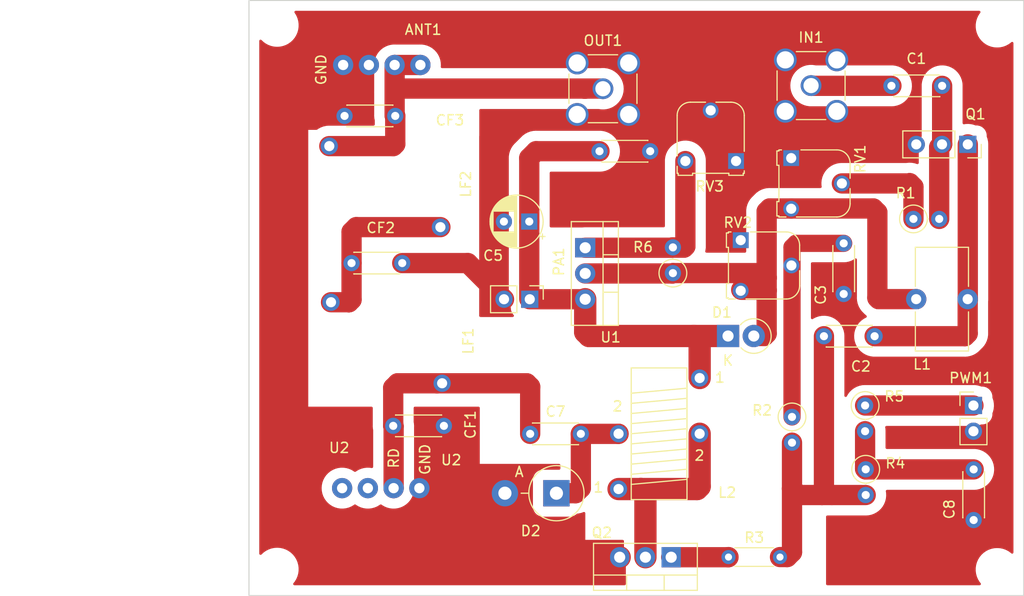
<source format=kicad_pcb>
(kicad_pcb (version 20211014) (generator pcbnew)
  (layers (0 "F.Cu" signal) (31 "B.Cu" signal) (35 "F.Paste" user) (37 "F.SilkS" user "F.Silkscreen") (38 "B.Mask" user) (39 "F.Mask" user) (44 "Edge.Cuts" user))
  (net 0 "")
  (net 1 "GND")
  (net 2 "+VDC")
  (net 3 "Net-(CF2-Pad1)")
  (net 4 "Net-(C3-Pad1)")
  (net 5 "Net-(PWM1-Pad1)")
  (net 6 "/DC_BIAS_1")
  (net 7 "Net-(C2-Pad2)")
  (net 8 "/RF_IN_200mW")
  (net 9 "Net-(D1-Pad2)")
  (net 10 "Net-(Q2-Pad1)")
  (net 11 "Net-(R1-Pad1)")
  (net 12 "Net-(C7-Pad2)")
  (net 13 "Net-(C8-Pad1)")
  (net 14 "/8-10mW")
  (net 15 "/RF_OUT")
  (net 16 "Net-(CF3-Pad1)")
  (net 17 "/DRAIN")
  (net 20 "Net-(R6-Pad2)")
  (footprint "footprints:uSDX_LPF_Band_Module" (layer "F.Cu") (at 12.51 80.695 90)
    (fp_text reference "U2" (at 6.781 33.21) (layer "F.SilkS"))
    (fp_text value "uSDX_LPF_BAND_MODULE (100v caps)" hide)
    (fp_text user "GND" (at 44.119 31.432 270) (layer "F.SilkS"))
    (fp_text user "GND" (at 5.635 41.68 270) (layer "F.SilkS"))
    (fp_text user "ANT1" (at 48.065 41.5) (layer "F.SilkS"))
    (pad "1" thru_hole circle (at 2.8 33.5 270) (size 2 2) (drill 1.016) (layers *.Cu *.Mask))
    (pad "2" thru_hole circle (at 2.8 36.04 270) (size 2 2) (drill 1.016) (layers *.Cu *.Mask))
    (pad "3" thru_hole circle (at 2.8 38.58 270) (size 2 2) (drill 1.016) (layers *.Cu *.Mask) (net 15 "/RF_OUT"))
    (pad "4" thru_hole circle (at 2.8 41.12 270) (size 2 2) (drill 1.016) (layers *.Cu *.Mask) (net 1 "GND"))
    (pad "5" thru_hole circle (at 44.58 41.22 270) (size 2 2) (drill 1.016) (layers *.Cu *.Mask) (net 16 "Net-(CF3-Pad1)"))
    (pad "6" thru_hole circle (at 44.58 38.68 270) (size 2 2) (drill 1.016) (layers *.Cu *.Mask) (net 16 "Net-(CF3-Pad1)"))
    (pad "7" thru_hole circle (at 44.58 36.14 270) (size 2 2) (drill 1.016) (layers *.Cu *.Mask) (net 1 "GND"))
    (pad "8" thru_hole circle (at 44.58 33.6 270) (size 2 2) (drill 1.016) (layers *.Cu *.Mask) (net 1 "GND"))
  )
  (footprint "Resistor_THT:R_Axial_DIN0204_L3.6mm_D1.6mm_P5.08mm_Horizontal" (layer "F.Cu") (at 84.125 84.7)
    (fp_text reference "R3" (at 2.54 -1.92) (layer "F.SilkS"))
    (fp_text value "10" hide)
    (pad "1" thru_hole circle locked (at 0 0) (size 1.4 1.4) (drill 0.7) (layers *.Cu *.Mask) (net 10 "Net-(Q2-Pad1)"))
    (pad "2" thru_hole oval locked (at 5.08 0) (size 1.4 1.4) (drill 0.7) (layers *.Cu *.Mask) (net 8 "/RF_IN_200mW"))
  )
  (footprint "Capacitor_THT:C_Disc_D4.3mm_W1.9mm_P5.00mm" (layer "F.Cu") (at 108.31 76.045 -90)
    (fp_text reference "C8" (at 3.935 2.4 90) (layer "F.SilkS"))
    (fp_text value "10nF" hide)
    (pad "1" thru_hole circle locked (at 0 0 270) (size 1.6 1.6) (drill 0.8) (layers *.Cu *.Mask) (net 13 "Net-(C8-Pad1)"))
    (pad "2" thru_hole circle locked (at 5 0 270) (size 1.6 1.6) (drill 0.8) (layers *.Cu *.Mask) (net 1 "GND"))
  )
  (footprint "Capacitor_THT:C_Disc_D4.3mm_W1.9mm_P5.00mm" (layer "F.Cu") (at 93.54 62.895)
    (fp_text reference "C2" (at 3.64 2.98) (layer "F.SilkS"))
    (fp_text value "100nF" hide)
    (pad "1" thru_hole circle locked (at 0 0) (size 1.6 1.6) (drill 0.8) (layers *.Cu *.Mask) (net 8 "/RF_IN_200mW"))
    (pad "2" thru_hole circle locked (at 5 0) (size 1.6 1.6) (drill 0.8) (layers *.Cu *.Mask) (net 7 "Net-(C2-Pad2)"))
  )
  (footprint "Resistor_THT:R_Axial_DIN0207_L6.3mm_D2.5mm_P2.54mm_Vertical" (layer "F.Cu") (at 97.6 69.735 -90)
    (fp_text reference "R5" (at -0.901 -2.88) (layer "F.SilkS"))
    (fp_text value "10k" hide)
    (pad "1" thru_hole circle locked (at 0 0 270) (size 1.6 1.6) (drill 0.8) (layers *.Cu *.Mask) (net 5 "Net-(PWM1-Pad1)"))
    (pad "2" thru_hole oval locked (at 2.54 0 270) (size 1.6 1.6) (drill 0.8) (layers *.Cu *.Mask) (net 13 "Net-(C8-Pad1)"))
  )
  (footprint "Capacitor_THT:C_Disc_D4.3mm_W1.9mm_P5.00mm" (layer "F.Cu") (at 64.56 72.535)
    (fp_text reference "C7" (at 2.5 -2.2) (layer "F.SilkS"))
    (fp_text value "100nF 100v" hide)
    (pad "1" thru_hole circle locked (at 0 0) (size 1.6 1.6) (drill 0.8) (layers *.Cu *.Mask) (net 15 "/RF_OUT"))
    (pad "2" thru_hole circle locked (at 5 0) (size 1.6 1.6) (drill 0.8) (layers *.Cu *.Mask) (net 12 "Net-(C7-Pad2)"))
  )
  (footprint "Connector_PinHeader_2.54mm:PinHeader_1x02_P2.54mm_Vertical" (layer "F.Cu") (at 108.29 69.735)
    (fp_text reference "PWM1" (at -0.27 -2.72) (layer "F.SilkS"))
    (fp_text value "Conn_01x02" hide)
    (pad "1" thru_hole rect locked (at 0 0) (size 1.7 1.7) (drill 1) (layers *.Cu *.Mask) (net 5 "Net-(PWM1-Pad1)"))
    (pad "2" thru_hole oval locked (at 0 2.54) (size 1.7 1.7) (drill 1) (layers *.Cu *.Mask) (net 1 "GND"))
  )
  (footprint "Package_TO_SOT_THT:TO-220-3_Vertical" (layer "F.Cu") (at 78.47 84.715 180)
    (fp_text reference "Q2" (at 6.842 2.419) (layer "F.SilkS"))
    (fp_text value "IRF510" hide)
    (pad "1" thru_hole rect locked (at 0 0 180) (size 1.905 2) (drill 1.1) (layers *.Cu *.Mask) (net 10 "Net-(Q2-Pad1)"))
    (pad "2" thru_hole oval locked (at 2.54 0 180) (size 1.905 2) (drill 1.1) (layers *.Cu *.Mask) (net 17 "/DRAIN"))
    (pad "3" thru_hole oval locked (at 5.08 0 180) (size 1.905 2) (drill 1.1) (layers *.Cu *.Mask) (net 1 "GND"))
  )
  (footprint "Resistor_THT:R_Axial_DIN0207_L6.3mm_D2.5mm_P2.54mm_Vertical" (layer "F.Cu") (at 97.66 76.035 -90)
    (fp_text reference "R4" (at -0.597 -2.924 180) (layer "F.SilkS"))
    (fp_text value "10k" hide)
    (pad "1" thru_hole circle locked (at 0 0 270) (size 1.6 1.6) (drill 0.8) (layers *.Cu *.Mask) (net 13 "Net-(C8-Pad1)"))
    (pad "2" thru_hole oval locked (at 2.54 0 270) (size 1.6 1.6) (drill 0.8) (layers *.Cu *.Mask) (net 8 "/RF_IN_200mW"))
  )
  (footprint "Resistor_THT:R_Axial_DIN0207_L6.3mm_D2.5mm_P2.54mm_Vertical" (layer "F.Cu") (at 90.39 70.865 -90)
    (fp_text reference "R2" (at -0.65 2.95 180) (layer "F.SilkS"))
    (fp_text value "3.3k" hide)
    (pad "1" thru_hole circle locked (at 0 0 270) (size 1.6 1.6) (drill 0.8) (layers *.Cu *.Mask) (net 4 "Net-(C3-Pad1)"))
    (pad "2" thru_hole oval locked (at 2.54 0 270) (size 1.6 1.6) (drill 0.8) (layers *.Cu *.Mask) (net 8 "/RF_IN_200mW"))
  )
  (footprint "Capacitor_THT:C_Disc_D4.3mm_W1.9mm_P5.00mm" (layer "F.Cu") (at 105.2 38.175 180)
    (fp_text reference "C1" (at 2.544 2.682) (layer "F.SilkS"))
    (fp_text value "100nF" hide)
    (pad "1" thru_hole circle locked (at 0 0 180) (size 1.6 1.6) (drill 0.8) (layers *.Cu *.Mask) (net 6 "/DC_BIAS_1"))
    (pad "2" thru_hole circle locked (at 5 0 180) (size 1.6 1.6) (drill 0.8) (layers *.Cu *.Mask) (net 14 "/8-10mW"))
  )
  (footprint "Connector_PinSocket_2.54mm:PinSocket_1x03_P2.54mm_Vertical" (layer "F.Cu") (at 107.73 43.955 -90)
    (fp_text reference "Q1" (at -2.985 -0.76 180) (layer "F.SilkS"))
    (fp_text value "BS170" hide)
    (pad "1" thru_hole rect locked (at 0 0 270) (size 1.7 1.7) (drill 1) (layers *.Cu *.Mask) (net 7 "Net-(C2-Pad2)"))
    (pad "2" thru_hole oval locked (at 0 2.54 270) (size 1.7 1.7) (drill 1) (layers *.Cu *.Mask) (net 6 "/DC_BIAS_1"))
    (pad "3" thru_hole oval locked (at 0 5.08 270) (size 1.7 1.7) (drill 1) (layers *.Cu *.Mask) (net 1 "GND"))
  )
  (footprint "Resistor_THT:R_Axial_DIN0207_L6.3mm_D2.5mm_P2.54mm_Vertical" (layer "F.Cu") (at 102.37 51.315)
    (fp_text reference "R1" (at -0.77 -2.547 180) (layer "F.SilkS"))
    (fp_text value "4.7k" hide)
    (pad "1" thru_hole circle locked (at 0 0) (size 1.6 1.6) (drill 0.8) (layers *.Cu *.Mask) (net 11 "Net-(R1-Pad1)"))
    (pad "2" thru_hole oval locked (at 2.54 0) (size 1.6 1.6) (drill 0.8) (layers *.Cu *.Mask) (net 6 "/DC_BIAS_1"))
  )
  (footprint "Inductor_THT:L_Toroid_Vertical_L10.0mm_W5.0mm_P5.08mm" (layer "F.Cu") (at 107.72 59.235 -90)
    (fp_text reference "L1" (at 6.44 4.49 180) (layer "F.SilkS"))
    (fp_text value "L_Ferrite" hide)
    (pad "1" thru_hole circle locked (at 0 0 270) (size 2 2) (drill 1) (layers *.Cu *.Mask) (net 7 "Net-(C2-Pad2)"))
    (pad "2" thru_hole circle locked (at 0 5.08 270) (size 2 2) (drill 1) (layers *.Cu *.Mask) (net 9 "Net-(D1-Pad2)"))
  )
  (footprint "Diode_THT:D_DO-41_SOD81_P2.54mm_Vertical_KathodeUp" (layer "F.Cu") (at 84.08 62.875)
    (fp_text reference "D1" (at -0.61 -2.325) (layer "F.SilkS"))
    (fp_text value "1N4007" hide)
    (fp_text user "K" (at -0.01 2.415) (layer "F.SilkS"))
    (pad "1" thru_hole rect (at 0 0) (size 2.2 2.2) (drill 1.1) (layers *.Cu *.Mask) (net 2 "+VDC"))
    (pad "2" thru_hole oval (at 2.54 0) (size 2.2 2.2) (drill 1.1) (layers *.Cu *.Mask) (net 9 "Net-(D1-Pad2)"))
  )
  (footprint "footprints:FT50-43 Transformer" (layer "F.Cu") (at 77.28 80.525 180)
    (fp_text reference "L2" (at -6.71 2.195 unlocked) (layer "F.SilkS"))
    (fp_text value "L_Ferrite_Coupled" hide)
    (pad "1" thru_hole circle locked (at 4 2.54 180) (size 1.7 1.7) (drill 1) (layers *.Cu *.Mask) (net 17 "/DRAIN"))
    (pad "2" thru_hole circle locked (at -4 13.5 180) (size 1.7 1.7) (drill 1) (layers *.Cu *.Mask) (net 2 "+VDC"))
    (pad "3" thru_hole circle locked (at 4 8 180) (size 1.7 1.7) (drill 1) (layers *.Cu *.Mask) (net 12 "Net-(C7-Pad2)"))
    (pad "4" thru_hole circle locked (at -4 8 180) (size 1.7 1.7) (drill 1) (layers *.Cu *.Mask) (net 17 "/DRAIN"))
  )
  (footprint "Potentiometer_THT:Potentiometer_Runtron_RM-065_Vertical" (layer "F.Cu") (at 85.33 58.41 90)
    (fp_text reference "RV2" (at 6.73 -0.28 180) (layer "F.SilkS"))
    (fp_text value "5k")
    (pad "1" thru_hole rect (at 5 0 90) (size 1.56 1.56) (drill 1) (layers *.Cu *.Mask) (net 1 "GND"))
    (pad "2" thru_hole circle (at 2.5 5 90) (size 1.56 1.56) (drill 1) (layers *.Cu *.Mask) (net 4 "Net-(C3-Pad1)"))
    (pad "3" thru_hole circle (at 0 0 90) (size 1.56 1.56) (drill 1) (layers *.Cu *.Mask) (net 9 "Net-(D1-Pad2)"))
  )
  (footprint "Potentiometer_THT:Potentiometer_Runtron_RM-065_Vertical" (layer "F.Cu") (at 90.31 50.31 90)
    (fp_text reference "RV1" (at 4.92 6.81 90) (layer "F.SilkS"))
    (fp_text value "5k")
    (pad "1" thru_hole rect (at 5 0 90) (size 1.56 1.56) (drill 1) (layers *.Cu *.Mask) (net 1 "GND"))
    (pad "2" thru_hole circle (at 2.5 5 90) (size 1.56 1.56) (drill 1) (layers *.Cu *.Mask) (net 11 "Net-(R1-Pad1)"))
    (pad "3" thru_hole circle (at 0 0 90) (size 1.56 1.56) (drill 1) (layers *.Cu *.Mask) (net 9 "Net-(D1-Pad2)"))
  )
  (footprint "Capacitor_THT:C_Disc_D4.3mm_W1.9mm_P5.00mm" (layer "F.Cu") (at 95.49 53.725 -90)
    (fp_text reference "C3" (at 5.09 2.27 -90) (layer "F.SilkS"))
    (fp_text value "100nF" hide)
    (pad "1" thru_hole circle locked (at 0 0 270) (size 1.6 1.6) (drill 0.8) (layers *.Cu *.Mask) (net 4 "Net-(C3-Pad1)"))
    (pad "2" thru_hole circle locked (at 5 0 270) (size 1.6 1.6) (drill 0.8) (layers *.Cu *.Mask) (net 1 "GND"))
  )
  (footprint "Capacitor_THT:CP_Radial_D5.0mm_P2.50mm" (layer "F.Cu") (at 64.47 51.575 180)
    (fp_text reference "C5" (at 3.568 -3.362) (layer "F.SilkS"))
    (fp_text value "10uF 50v" hide)
    (pad "1" thru_hole rect locked (at 0 0 180) (size 1.6 1.6) (drill 0.8) (layers *.Cu *.Mask) (net 2 "+VDC"))
    (pad "2" thru_hole circle locked (at 2.5 0 180) (size 1.6 1.6) (drill 0.8) (layers *.Cu *.Mask) (net 1 "GND"))
  )
  (footprint "Capacitor_THT:C_Disc_D4.3mm_W1.9mm_P5.00mm" (layer "F.Cu") (at 71.4 44.63)
    (fp_text reference "C6" hide)
    (fp_text value "100nF" hide)
    (pad "1" thru_hole circle locked (at 0 0) (size 1.6 1.6) (drill 0.8) (layers *.Cu *.Mask) (net 2 "+VDC"))
    (pad "2" thru_hole circle locked (at 5 0) (size 1.6 1.6) (drill 0.8) (layers *.Cu *.Mask) (net 1 "GND"))
  )
  (footprint "Package_TO_SOT_THT:TO-220-3_Vertical" (layer "F.Cu") (at 69.99 54.16 -90)
    (fp_text reference "U1" (at 8.84 -2.51) (layer "F.SilkS"))
    (fp_text value "LM317_TO-220" hide)
    (pad "1" thru_hole rect locked (at 0 0 270) (size 1.905 2) (drill 1.1) (layers *.Cu *.Mask) (net 20 "Net-(R6-Pad2)"))
    (pad "2" thru_hole oval locked (at 2.54 0 270) (size 1.905 2) (drill 1.1) (layers *.Cu *.Mask) (net 9 "Net-(D1-Pad2)"))
    (pad "3" thru_hole oval locked (at 5.08 0 270) (size 1.905 2) (drill 1.1) (layers *.Cu *.Mask) (net 2 "+VDC"))
  )
  (footprint "Connector_PinHeader_2.54mm:PinHeader_1x02_P2.54mm_Vertical" (layer "F.Cu") (at 64.52 59.245 -90)
    (fp_text reference "PA1" (at -3.7 -2.87 -90) (layer "F.SilkS"))
    (fp_text value "VDC" hide)
    (pad "1" thru_hole rect locked (at 0 0 270) (size 1.7 1.7) (drill 1) (layers *.Cu *.Mask) (net 2 "+VDC"))
    (pad "2" thru_hole oval locked (at 0 2.54 270) (size 1.7 1.7) (drill 1) (layers *.Cu *.Mask) (net 1 "GND"))
  )
  (footprint "Diode_THT:D_DO-201_P5.08mm_Vertical_AnodeUp" (layer "F.Cu") (at 67.15 78.395 180)
    (fp_text reference "D2" (at 2.54 -3.725) (layer "F.SilkS"))
    (fp_text value "75v 5W" hide)
    (fp_text user "A" (at 3.67 2.105) (layer "F.SilkS"))
    (pad "1" thru_hole rect locked (at 0 0 180) (size 2.6 2.6) (drill 1.3) (layers *.Cu *.Mask) (net 12 "Net-(C7-Pad2)"))
    (pad "2" thru_hole oval locked (at 5.08 0 180) (size 2.6 2.6) (drill 1.3) (layers *.Cu *.Mask) (net 1 "GND"))
  )
  (footprint "MountingHole:MountingHole_2.2mm_M2" (layer "F.Cu") (at 39.6 85.9)
    (fp_text reference "H3" hide)
    (fp_text value "MountingHole" hide)
    (pad "" np_thru_hole circle (at 0 0) (size 2.2 2.2) (drill 2.2) (layers *.Cu *.Mask))
  )
  (footprint "Capacitor_THT:C_Disc_D4.3mm_W1.9mm_P5.00mm" (layer "F.Cu") (at 46.94 55.675)
    (fp_text reference "CF2" (at 2.88 -3.476 180) (layer "F.SilkS"))
    (fp_text value "180pF" hide)
    (pad "1" thru_hole circle locked (at 0 0) (size 1.6 1.6) (drill 0.8) (layers *.Cu *.Mask) (net 3 "Net-(CF2-Pad1)"))
    (pad "2" thru_hole circle locked (at 5 0) (size 1.6 1.6) (drill 0.8) (layers *.Cu *.Mask) (net 1 "GND"))
  )
  (footprint "Connector_Coaxial:SMA_Amphenol_901-144_Vertical" (layer "F.Cu") (at 92.27 38.15)
    (fp_text reference "IN1" (at 0 -4.75) (layer "F.SilkS"))
    (fp_text value "SMA" hide)
    (pad "1" thru_hole circle locked (at 0 0) (size 2.05 2.05) (drill 1.5) (layers *.Cu *.Mask) (net 14 "/8-10mW"))
    (pad "2" thru_hole circle locked (at -2.54 2.54) (size 2.25 2.25) (drill 1.7) (layers *.Cu *.Mask) (net 1 "GND"))
    (pad "2" thru_hole circle locked (at 2.54 2.54) (size 2.25 2.25) (drill 1.7) (layers *.Cu *.Mask) (net 1 "GND"))
    (pad "2" thru_hole circle locked (at -2.54 -2.54) (size 2.25 2.25) (drill 1.7) (layers *.Cu *.Mask) (net 1 "GND"))
    (pad "2" thru_hole circle locked (at 2.54 -2.54) (size 2.25 2.25) (drill 1.7) (layers *.Cu *.Mask) (net 1 "GND"))
  )
  (footprint "Potentiometer_THT:Potentiometer_Runtron_RM-065_Vertical" (layer "F.Cu") (at 84.87 45.6 180)
    (fp_text reference "RV3" (at 2.6 -2.5 180) (layer "F.SilkS"))
    (fp_text value "5k")
    (pad "1" thru_hole rect (at 0 0 180) (size 1.56 1.56) (drill 1) (layers *.Cu *.Mask) (net 1 "GND"))
    (pad "2" thru_hole circle (at 2.5 5 180) (size 1.56 1.56) (drill 1) (layers *.Cu *.Mask) (net 1 "GND"))
    (pad "3" thru_hole circle (at 5 0 180) (size 1.56 1.56) (drill 1) (layers *.Cu *.Mask) (net 20 "Net-(R6-Pad2)"))
  )
  (footprint "Resistor_THT:R_Axial_DIN0207_L6.3mm_D2.5mm_P2.54mm_Vertical" (layer "F.Cu") (at 78.64 56.665 90)
    (fp_text reference "R6" (at 2.563 -2.948 180) (layer "F.SilkS"))
    (fp_text value "220" hide)
    (pad "1" thru_hole circle locked (at 0 0 90) (size 1.6 1.6) (drill 0.8) (layers *.Cu *.Mask) (net 9 "Net-(D1-Pad2)"))
    (pad "2" thru_hole oval locked (at 2.54 0 90) (size 1.6 1.6) (drill 0.8) (layers *.Cu *.Mask) (net 20 "Net-(R6-Pad2)"))
  )
  (footprint "Capacitor_THT:C_Disc_D4.3mm_W1.9mm_P5.00mm" (layer "F.Cu") (at 51.25 41.145 180)
    (fp_text reference "CF3" (at -5.4 -0.425 180) (layer "F.SilkS"))
    (fp_text value "100pF" hide)
    (pad "1" thru_hole circle locked (at 0 0 180) (size 1.6 1.6) (drill 0.8) (layers *.Cu *.Mask) (net 16 "Net-(CF3-Pad1)"))
    (pad "2" thru_hole circle locked (at 5 0 180) (size 1.6 1.6) (drill 0.8) (layers *.Cu *.Mask) (net 1 "GND"))
  )
  (footprint "footprints:FT50-43 INDUCTOR" (layer "F.Cu") (at 58.245 48.125 -90)
    (fp_text reference "LF2" (at -0.244 0.032 90 unlocked) (layer "F.SilkS"))
    (fp_text value "330nH (T50-6 9T)" hide)
    (pad "1" thru_hole circle (at 4 2.54 270) (size 1.7 1.7) (drill 1) (layers *.Cu *.Mask) (net 3 "Net-(CF2-Pad1)"))
    (pad "2" thru_hole circle (at -4 13.5 270) (size 1.7 1.7) (drill 1) (layers *.Cu *.Mask) (net 16 "Net-(CF3-Pad1)"))
  )
  (footprint "Capacitor_THT:C_Disc_D4.3mm_W1.9mm_P5.00mm" (layer "F.Cu") (at 51.05 71.745)
    (fp_text reference "CF1" (at 7.62 -0.115 90) (layer "F.SilkS"))
    (fp_text value "100pF" hide)
    (pad "1" thru_hole circle locked (at 0 0) (size 1.6 1.6) (drill 0.8) (layers *.Cu *.Mask) (net 15 "/RF_OUT"))
    (pad "2" thru_hole circle locked (at 5 0) (size 1.6 1.6) (drill 0.8) (layers *.Cu *.Mask) (net 1 "GND"))
  )
  (footprint "Connector_Coaxial:SMA_Amphenol_901-144_Vertical" (layer "F.Cu") (at 71.74 38.46)
    (fp_text reference "OUT1" (at 0 -4.75) (layer "F.SilkS"))
    (fp_text value "SMA" hide)
    (pad "1" thru_hole circle locked (at 0 0) (size 2.05 2.05) (drill 1.5) (layers *.Cu *.Mask) (net 16 "Net-(CF3-Pad1)"))
    (pad "2" thru_hole circle locked (at 2.54 2.54) (size 2.25 2.25) (drill 1.7) (layers *.Cu *.Mask) (net 1 "GND"))
    (pad "2" thru_hole circle locked (at -2.54 -2.54) (size 2.25 2.25) (drill 1.7) (layers *.Cu *.Mask) (net 1 "GND"))
    (pad "2" thru_hole circle locked (at 2.54 -2.54) (size 2.25 2.25) (drill 1.7) (layers *.Cu *.Mask) (net 1 "GND"))
    (pad "2" thru_hole circle locked (at -2.54 2.54) (size 2.25 2.25) (drill 1.7) (layers *.Cu *.Mask) (net 1 "GND"))
  )
  (footprint "MountingHole:MountingHole_2.2mm_M2" (layer "F.Cu") (at 39.6 32.2)
    (fp_text reference "H1" hide)
    (fp_text value "MountingHole" hide)
    (pad "" np_thru_hole circle (at 0 0) (size 2.2 2.2) (drill 2.2) (layers *.Cu *.Mask))
  )
  (footprint "footprints:FT50-43 INDUCTOR" (layer "F.Cu") (at 58.415 63.54 -90)
    (fp_text reference "LF1" (at -0.17 -0.038 90 unlocked) (layer "F.SilkS"))
    (fp_text value "330nH" hide)
    (pad "1" thru_hole circle (at 4 2.54 270) (size 1.7 1.7) (drill 1) (layers *.Cu *.Mask) (net 15 "/RF_OUT"))
    (pad "2" thru_hole circle (at -4 13.5 270) (size 1.7 1.7) (drill 1) (layers *.Cu *.Mask) (net 3 "Net-(CF2-Pad1)"))
  )
  (footprint "MountingHole:MountingHole_2.2mm_M2" (layer "F.Cu") (at 110.63 32.27)
    (fp_text reference "H2" hide)
    (fp_text value "MountingHole" hide)
    (pad "" np_thru_hole circle (at 0 0) (size 2.2 2.2) (drill 2.2) (layers *.Cu *.Mask))
  )
  (footprint "MountingHole:MountingHole_2.2mm_M2" (layer "F.Cu") (at 110.63 85.93)
    (fp_text reference "H4" hide)
    (fp_text value "MountingHole" hide)
    (pad "" np_thru_hole circle (at 0 0) (size 2.2 2.2) (drill 2.2) (layers *.Cu *.Mask))
  )
  (gr_rect (start 36.82 29.75) (end 113.25 88.5) (layer "Edge.Cuts") (width 0.1) (fill none))
  (gr_text "1" (at 83.28 66.975) (layer "F.SilkS") (effects (font (size 1 1))))
  (gr_text "U2" (at 56.77 75.12) (layer "F.SilkS") (effects (font (size 1 1))))
  (gr_text "2" (at 81.26 74.675) (layer "F.SilkS") (effects (font (size 1 1))))
  (gr_text "2" (at 73.18 69.815) (layer "F.SilkS") (effects (font (size 1 1))))
  (gr_text "1" (at 71.29 77.82) (layer "F.SilkS") (effects (font (size 1 1))))
  (gr_text "RD" (at 51.1 74.93 90) (layer "F.SilkS") (effects (font (size 1 1))))
  (segment (start 51.94 55.675) (end 58.41 55.675) (width 2) (layer "F.Cu") (net 1))
  (segment (start 62.32001 84.715) (end 62.3 84.69499) (width 2) (layer "F.Cu") (net 1))
  (segment (start 73.39 84.715) (end 62.32001 84.715) (width 2.2) (layer "F.Cu") (net 1))
  (segment (start 62.07 78.395) (end 62.07 84.46499) (width 2.2) (layer "F.Cu") (net 1))
  (segment (start 58.41 55.675) (end 61.98 59.245) (width 2) (layer "F.Cu") (net 1))
  (segment (start 81.28 63.45) (end 80.705 62.875) (width 2) (layer "F.Cu") (net 2))
  (segment (start 64.47 51.575) (end 64.47 45.3) (width 2) (layer "F.Cu") (net 2))
  (segment (start 69.985 59.245) (end 69.99 59.24) (width 2) (layer "F.Cu") (net 2))
  (segment (start 81.28 67.025) (end 81.28 63.45) (width 2.2) (layer "F.Cu") (net 2))
  (segment (start 64.47 51.575) (end 64.47 59.195) (width 2) (layer "F.Cu") (net 2))
  (segment (start 65.14 44.63) (end 71.4 44.63) (width 2) (layer "F.Cu") (net 2))
  (segment (start 64.52 59.245) (end 69.985 59.245) (width 2) (layer "F.Cu") (net 2))
  (segment (start 70.375 62.875) (end 69.99 62.49) (width 2.2) (layer "F.Cu") (net 2))
  (segment (start 64.47 45.3) (end 65.14 44.63) (width 2) (layer "F.Cu") (net 2))
  (segment (start 80.705 62.875) (end 70.375 62.875) (width 2.2) (layer "F.Cu") (net 2))
  (segment (start 84.08 62.875) (end 80.705 62.875) (width 2.2) (layer "F.Cu") (net 2))
  (segment (start 69.99 62.49) (end 69.99 59.24) (width 2.2) (layer "F.Cu") (net 2))
  (segment (start 46.68 59.545) (end 46.675 59.54) (width 2) (layer "F.Cu") (net 3))
  (segment (start 46.94 55.675) (end 46.94 52.595) (width 2) (layer "F.Cu") (net 3))
  (segment (start 47.41 52.125) (end 55.705 52.125) (width 2) (layer "F.Cu") (net 3))
  (segment (start 46.94 59.285) (end 46.68 59.545) (width 2) (layer "F.Cu") (net 3))
  (segment (start 46.94 52.595) (end 47.41 52.125) (width 2) (layer "F.Cu") (net 3))
  (segment (start 46.675 59.54) (end 44.915 59.54) (width 2) (layer "F.Cu") (net 3))
  (segment (start 46.94 55.675) (end 46.94 59.285) (width 2) (layer "F.Cu") (net 3))
  (segment (start 90.39 54.11) (end 90.39 70.865) (width 1.7) (layer "F.Cu") (net 4))
  (segment (start 90.775 53.725) (end 90.39 54.11) (width 1.7) (layer "F.Cu") (net 4))
  (segment (start 90.775 53.725) (end 95.49 53.725) (width 1.7) (layer "F.Cu") (net 4))
  (segment (start 97.6 69.735) (end 108.29 69.735) (width 2) (layer "F.Cu") (net 5))
  (segment (start 104.91 44.235) (end 105.19 43.955) (width 2) (layer "F.Cu") (net 6))
  (segment (start 105.2 38.175) (end 105.2 43.945) (width 2) (layer "F.Cu") (net 6))
  (segment (start 104.91 51.315) (end 104.91 44.235) (width 2) (layer "F.Cu") (net 6))
  (segment (start 105.2 43.945) (end 105.19 43.955) (width 2) (layer "F.Cu") (net 6))
  (segment (start 107.72 62.62) (end 107.445 62.895) (width 2) (layer "F.Cu") (net 7))
  (segment (start 107.445 62.895) (end 98.54 62.895) (width 2) (layer "F.Cu") (net 7))
  (segment (start 107.73 59.225) (end 107.72 59.235) (width 2) (layer "F.Cu") (net 7))
  (segment (start 107.72 59.235) (end 107.72 62.62) (width 2) (layer "F.Cu") (net 7))
  (segment (start 107.73 43.955) (end 107.73 59.225) (width 2) (layer "F.Cu") (net 7))
  (segment (start 97.66 78.575) (end 94.32 78.575) (width 2) (layer "F.Cu") (net 8))
  (segment (start 93.345 78.575) (end 91.02 78.575) (width 2) (layer "F.Cu") (net 8))
  (segment (start 94.32 78.575) (end 93.345 78.575) (width 2) (layer "F.Cu") (net 8))
  (segment (start 93.54 78.38) (end 93.345 78.575) (width 2) (layer "F.Cu") (net 8))
  (segment (start 90.39 73.405) (end 90.39 77.945) (width 2) (layer "F.Cu") (net 8))
  (segment (start 90.39 77.945) (end 91.02 78.575) (width 2) (layer "F.Cu") (net 8))
  (segment (start 89.91 84.7) (end 89.205 84.7) (width 2) (layer "F.Cu") (net 8))
  (segment (start 90.39 77.945) (end 90.39 84.22) (width 2) (layer "F.Cu") (net 8))
  (segment (start 93.54 62.895) (end 93.54 78.38) (width 2) (layer "F.Cu") (net 8))
  (segment (start 90.39 84.22) (end 89.91 84.7) (width 2) (layer "F.Cu") (net 8))
  (segment (start 78.64 56.665) (end 87.435 56.665) (width 2) (layer "F.Cu") (net 9))
  (segment (start 98.94 59.235) (end 102.64 59.235) (width 2) (layer "F.Cu") (net 9))
  (segment (start 90.31 50.285) (end 98.41 50.285) (width 2) (layer "F.Cu") (net 9))
  (segment (start 87.89 58.37) (end 87.89 62.63) (width 2) (layer "F.Cu") (net 9))
  (segment (start 87.89 50.58) (end 88.185 50.285) (width 2) (layer "F.Cu") (net 9))
  (segment (start 88.185 50.285) (end 90.31 50.285) (width 2) (layer "F.Cu") (net 9))
  (segment (start 78.605 56.7) (end 78.64 56.665) (width 2) (layer "F.Cu") (net 9))
  (segment (start 98.81 50.685) (end 98.81 59.105) (width 2) (layer "F.Cu") (net 9))
  (segment (start 69.99 56.7) (end 78.605 56.7) (width 2) (layer "F.Cu") (net 9))
  (segment (start 98.41 50.285) (end 98.81 50.685) (width 2) (layer "F.Cu") (net 9))
  (segment (start 87.435 56.665) (end 87.89 57.12) (width 2) (layer "F.Cu") (net 9))
  (segment (start 87.89 50.58) (end 87.89 57.12) (width 2) (layer "F.Cu") (net 9))
  (segment (start 87.645 62.875) (end 86.62 62.875) (width 2) (layer "F.Cu") (net 9))
  (segment (start 85.38 58.31) (end 87.83 58.31) (width 2) (layer "F.Cu") (net 9))
  (segment (start 87.89 57.12) (end 87.89 58.37) (width 2) (layer "F.Cu") (net 9))
  (segment (start 98.81 59.105) (end 98.94 59.235) (width 2) (layer "F.Cu") (net 9))
  (segment (start 87.83 58.31) (end 87.89 58.37) (width 2) (layer "F.Cu") (net 9))
  (segment (start 87.89 62.63) (end 87.645 62.875) (width 2) (layer "F.Cu") (net 9))
  (segment (start 78.47 84.715) (end 84.11 84.715) (width 2) (layer "F.Cu") (net 10))
  (segment (start 84.11 84.715) (end 84.125 84.7) (width 2) (layer "F.Cu") (net 10))
  (segment (start 102.37 48.155) (end 102 47.785) (width 2) (layer "F.Cu") (net 11))
  (segment (start 102.37 48.155) (end 102.37 51.315) (width 2) (layer "F.Cu") (net 11))
  (segment (start 102 47.785) (end 101.975 47.81) (width 2) (layer "F.Cu") (net 11))
  (segment (start 101.975 47.81) (end 95.31 47.81) (width 2) (layer "F.Cu") (net 11))
  (segment (start 69.04 78.395) (end 67.15 78.395) (width 2) (layer "F.Cu") (net 12))
  (segment (start 73.27 72.535) (end 73.28 72.525) (width 2) (layer "F.Cu") (net 12))
  (segment (start 69.56 72.535) (end 69.56 77.875) (width 2) (layer "F.Cu") (net 12))
  (segment (start 69.56 77.875) (end 69.04 78.395) (width 2) (layer "F.Cu") (net 12))
  (segment (start 69.56 72.535) (end 73.27 72.535) (width 2) (layer "F.Cu") (net 12))
  (segment (start 108.31 76.045) (end 97.67 76.045) (width 2) (layer "F.Cu") (net 13))
  (segment (start 97.6 72.275) (end 97.6 75.975) (width 2) (layer "F.Cu") (net 13))
  (segment (start 97.6 75.975) (end 97.66 76.035) (width 2) (layer "F.Cu") (net 13))
  (segment (start 97.67 76.045) (end 97.66 76.035) (width 2) (layer "F.Cu") (net 13))
  (segment (start 92.295 38.175) (end 92.27 38.15) (width 2) (layer "F.Cu") (net 14))
  (segment (start 100.2 38.175) (end 92.295 38.175) (width 2) (layer "F.Cu") (net 14))
  (segment (start 51.09 77.895) (end 51.09 71.785) (width 2) (layer "F.Cu") (net 15))
  (segment (start 51.49 67.545) (end 51.05 67.985) (width 2) (layer "F.Cu") (net 15))
  (segment (start 55.37 67.545) (end 64.22 67.545) (width 2) (layer "F.Cu") (net 15))
  (segment (start 64.22 67.545) (end 64.56 67.885) (width 2) (layer "F.Cu") (net 15))
  (segment (start 64.56 67.885) (end 64.56 72.535) (width 2) (layer "F.Cu") (net 15))
  (segment (start 55.37 67.545) (end 51.49 67.545) (width 2) (layer "F.Cu") (net 15))
  (segment (start 51.09 71.785) (end 51.05 71.745) (width 2) (layer "F.Cu") (net 15))
  (segment (start 51.05 67.985) (end 51.05 71.745) (width 2) (layer "F.Cu") (net 15))
  (segment (start 51.19 36.115) (end 51.19 38.705) (width 2) (layer "F.Cu") (net 16))
  (segment (start 71.61 38.445) (end 69.945 38.445) (width 2) (layer "F.Cu") (net 16))
  (segment (start 51.25 43.925) (end 51.25 41.145) (width 2) (layer "F.Cu") (net 16))
  (segment (start 51.19 38.705) (end 51.19 41.085) (width 2) (layer "F.Cu") (net 16))
  (segment (start 51.19 36.115) (end 53.73 36.115) (width 2) (layer "F.Cu") (net 16))
  (segment (start 51.45 38.445) (end 51.19 38.705) (width 2) (layer "F.Cu") (net 16))
  (segment (start 51.05 44.125) (end 51.25 43.925) (width 2) (layer "F.Cu") (net 16))
  (segment (start 44.745 44.125) (end 51.05 44.125) (width 2) (layer "F.Cu") (net 16))
  (segment (start 51.19 41.085) (end 51.25 41.145) (width 2) (layer "F.Cu") (net 16))
  (segment (start 69.945 38.445) (end 69.96 38.46) (width 2) (layer "F.Cu") (net 16))
  (segment (start 69.945 38.445) (end 51.45 38.445) (width 2) (layer "F.Cu") (net 16))
  (segment (start 81.025 77.985) (end 81.28 77.73) (width 2.2) (layer "F.Cu") (net 17))
  (segment (start 81.28 77.73) (end 81.28 72.525) (width 2.2) (layer "F.Cu") (net 17))
  (segment (start 75.93 84.715) (end 75.93 78.44) (width 2.2) (layer "F.Cu") (net 17))
  (segment (start 75.475 77.985) (end 81.025 77.985) (width 2.2) (layer "F.Cu") (net 17))
  (segment (start 75.475 77.985) (end 73.28 77.985) (width 2.2) (layer "F.Cu") (net 17))
  (segment (start 75.93 78.44) (end 75.475 77.985) (width 2.2) (layer "F.Cu") (net 17))
  (segment (start 79.73 54.15) (end 78.665 54.15) (width 2) (layer "F.Cu") (net 20))
  (segment (start 78.665 54.15) (end 78.64 54.125) (width 2) (layer "F.Cu") (net 20))
  (segment (start 69.99 54.16) (end 78.605 54.16) (width 2) (layer "F.Cu") (net 20))
  (segment (start 79.87 45.6) (end 79.87 54.01) (width 2) (layer "F.Cu") (net 20))
  (segment (start 78.605 54.16) (end 78.64 54.125) (width 2) (layer "F.Cu") (net 20))
  (segment (start 79.87 54.01) (end 79.73 54.15) (width 2) (layer "F.Cu") (net 20))
  (zone (net 1) (net_name "GND") (layer "F.Cu") (connect_pads yes (clearance 1.016)) (min_thickness 0.254) (fill yes (thermal_gap 0.508) (thermal_bridge_width 0.508))
    (polygon (pts (xy 113.25 88.5) (xy 36.97 88.5) (xy 36.97 29.75) (xy 113.25 29.75)))
  )
  (zone (net 0) (net_name "") (layer "F.Cu") (connect_pads (clearance 0)) (min_thickness 0.254)
    (keepout (tracks allowed) (vias allowed) (pads allowed) (copperpour not_allowed) (footprints allowed))
    (fill (thermal_gap 0.508) (thermal_bridge_width 0.508))
    (polygon (pts (xy 59.53 69.85) (xy 42.67 69.85) (xy 42.67 42.52) (xy 59.53 42.52)))
  )
  (zone (net 0) (net_name "") (layer "F.Cu") (connect_pads (clearance 0)) (min_thickness 0.254)
    (keepout (tracks allowed) (vias allowed) (pads allowed) (copperpour not_allowed) (footprints allowed))
    (fill (thermal_gap 0.508) (thermal_bridge_width 0.508))
    (polygon (pts (xy 69.68 52.16) (xy 69.68 57.35) (xy 66.43 57.35) (xy 66.43 52.16)))
  )
  (zone (net 0) (net_name "") (layer "F.Cu") (connect_pads (clearance 0)) (min_thickness 0.254)
    (keepout (tracks allowed) (vias allowed) (pads allowed) (copperpour not_allowed) (footprints allowed))
    (fill (thermal_gap 0.508) (thermal_bridge_width 0.508))
    (polygon (pts (xy 93.75 88) (xy 74 88) (xy 74 80.44) (xy 93.75 80.44)))
  )
  (zone (net 0) (net_name "") (layer "F.Cu") (connect_pads (clearance 0)) (min_thickness 0.254)
    (keepout (tracks allowed) (vias allowed) (pads allowed) (copperpour not_allowed) (footprints allowed))
    (fill (thermal_gap 0.508) (thermal_bridge_width 0.508))
    (polygon (pts (xy 74 83) (xy 70 83) (xy 70 79) (xy 74 79)))
  )
  (zone (net 0) (net_name "") (layer "F.Cu") (connect_pads (clearance 0)) (min_thickness 0.254)
    (keepout (tracks allowed) (vias allowed) (pads allowed) (copperpour not_allowed) (footprints allowed))
    (fill (thermal_gap 0.508) (thermal_bridge_width 0.508))
    (polygon (pts (xy 59.54 43.11) (xy 52.99 43.11) (xy 52.99 39.9) (xy 59.54 39.9)))
  )
  (zone (net 0) (net_name "") (layer "F.Cu") (connect_pads (clearance 0)) (min_thickness 0.254)
    (keepout (tracks allowed) (vias allowed) (pads allowed) (copperpour not_allowed) (footprints allowed))
    (fill (thermal_gap 0.508) (thermal_bridge_width 0.508))
    (polygon (pts (xy 68.5 75.5) (xy 59.59 75.5) (xy 59.59 61) (xy 68.5 61)))
  )
)
</source>
